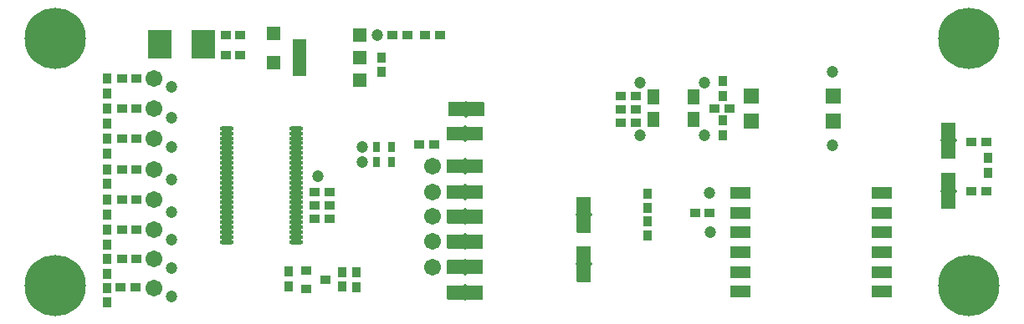
<source format=gts>
G04*
G04 #@! TF.GenerationSoftware,Altium Limited,Altium Designer,19.0.14 (431)*
G04*
G04 Layer_Color=8388736*
%FSLAX25Y25*%
%MOIN*%
G70*
G01*
G75*
%ADD19C,0.04737*%
G04:AMPARAMS|DCode=20|XSize=31.5mil|YSize=55.12mil|CornerRadius=3.15mil|HoleSize=0mil|Usage=FLASHONLY|Rotation=0.000|XOffset=0mil|YOffset=0mil|HoleType=Round|Shape=RoundedRectangle|*
%AMROUNDEDRECTD20*
21,1,0.03150,0.04882,0,0,0.0*
21,1,0.02520,0.05512,0,0,0.0*
1,1,0.00630,0.01260,-0.02441*
1,1,0.00630,-0.01260,-0.02441*
1,1,0.00630,-0.01260,0.02441*
1,1,0.00630,0.01260,0.02441*
%
%ADD20ROUNDEDRECTD20*%
G04:AMPARAMS|DCode=21|XSize=51.18mil|YSize=51.18mil|CornerRadius=5.12mil|HoleSize=0mil|Usage=FLASHONLY|Rotation=45.000|XOffset=0mil|YOffset=0mil|HoleType=Round|Shape=RoundedRectangle|*
%AMROUNDEDRECTD21*
21,1,0.05118,0.04095,0,0,45.0*
21,1,0.04095,0.05118,0,0,45.0*
1,1,0.01024,0.02895,0.00000*
1,1,0.01024,0.00000,-0.02895*
1,1,0.01024,-0.02895,0.00000*
1,1,0.01024,0.00000,0.02895*
%
%ADD21ROUNDEDRECTD21*%
%ADD22O,0.05721X0.01784*%
G04:AMPARAMS|DCode=23|XSize=31.5mil|YSize=55.12mil|CornerRadius=3.15mil|HoleSize=0mil|Usage=FLASHONLY|Rotation=90.000|XOffset=0mil|YOffset=0mil|HoleType=Round|Shape=RoundedRectangle|*
%AMROUNDEDRECTD23*
21,1,0.03150,0.04882,0,0,90.0*
21,1,0.02520,0.05512,0,0,90.0*
1,1,0.00630,0.02441,0.01260*
1,1,0.00630,0.02441,-0.01260*
1,1,0.00630,-0.02441,-0.01260*
1,1,0.00630,-0.02441,0.01260*
%
%ADD23ROUNDEDRECTD23*%
G04:AMPARAMS|DCode=24|XSize=51.18mil|YSize=51.18mil|CornerRadius=5.12mil|HoleSize=0mil|Usage=FLASHONLY|Rotation=135.000|XOffset=0mil|YOffset=0mil|HoleType=Round|Shape=RoundedRectangle|*
%AMROUNDEDRECTD24*
21,1,0.05118,0.04095,0,0,135.0*
21,1,0.04095,0.05118,0,0,135.0*
1,1,0.01024,0.00000,0.02895*
1,1,0.01024,0.02895,0.00000*
1,1,0.01024,0.00000,-0.02895*
1,1,0.01024,-0.02895,0.00000*
%
%ADD24ROUNDEDRECTD24*%
%ADD25R,0.08280X0.04816*%
%ADD26R,0.03753X0.03950*%
%ADD27R,0.03950X0.03753*%
%ADD28R,0.06312X0.06312*%
%ADD29R,0.02769X0.04343*%
%ADD30R,0.05131X0.06115*%
%ADD31R,0.09300X0.11599*%
%ADD32R,0.05524X0.05524*%
%ADD33R,0.04343X0.03556*%
%ADD34R,0.05524X0.14973*%
%ADD35R,0.05524X0.05524*%
%ADD36C,0.06706*%
%ADD37C,0.24422*%
G36*
X224803Y121653D02*
X210630D01*
Y127165D01*
X224803D01*
Y121653D01*
D02*
G37*
G36*
X224409Y111811D02*
X210236D01*
Y117323D01*
X224409D01*
Y111811D01*
D02*
G37*
G36*
X412598Y104724D02*
X407087D01*
Y118898D01*
X412598D01*
Y104724D01*
D02*
G37*
G36*
X224409Y98819D02*
X210236D01*
Y104331D01*
X224409D01*
Y98819D01*
D02*
G37*
G36*
Y88583D02*
X210236D01*
Y94095D01*
X224409D01*
Y88583D01*
D02*
G37*
G36*
X412598Y84646D02*
X407087D01*
Y98819D01*
X412598D01*
Y84646D01*
D02*
G37*
G36*
X224409Y78740D02*
X210236D01*
Y84252D01*
X224409D01*
Y78740D01*
D02*
G37*
G36*
X267323Y75197D02*
X261811D01*
Y89370D01*
X267323D01*
Y75197D01*
D02*
G37*
G36*
X224409Y68764D02*
X210236D01*
Y74276D01*
X224409D01*
Y68764D01*
D02*
G37*
G36*
Y58661D02*
X210236D01*
Y64173D01*
X224409D01*
Y58661D01*
D02*
G37*
G36*
X267323Y55512D02*
X261811D01*
Y69685D01*
X267323D01*
Y55512D01*
D02*
G37*
G36*
X224409Y48425D02*
X210236D01*
Y53937D01*
X224409D01*
Y48425D01*
D02*
G37*
D19*
X176378Y103150D02*
D03*
X363779Y109843D02*
D03*
Y139370D02*
D03*
X314961Y75197D02*
D03*
X314567Y90945D02*
D03*
X287008Y113870D02*
D03*
Y135039D02*
D03*
X100402Y133268D02*
D03*
X100394Y121112D02*
D03*
Y109449D02*
D03*
Y96457D02*
D03*
X100402Y83465D02*
D03*
X100394Y72441D02*
D03*
Y61024D02*
D03*
Y49606D02*
D03*
X182283Y153937D02*
D03*
X158661Y97638D02*
D03*
X312598Y113870D02*
D03*
Y135039D02*
D03*
X176378Y109449D02*
D03*
D20*
X223228Y124409D02*
D03*
X212205D02*
D03*
X222835Y114567D02*
D03*
X211811D02*
D03*
X222835Y61417D02*
D03*
X211811D02*
D03*
X222835Y51181D02*
D03*
X211811D02*
D03*
X222835Y81496D02*
D03*
X211811D02*
D03*
X222835Y71520D02*
D03*
X211811D02*
D03*
X222835Y91339D02*
D03*
X211811D02*
D03*
X222835Y101575D02*
D03*
X211811D02*
D03*
D21*
X217717Y124409D02*
D03*
X217323Y114567D02*
D03*
X217323Y61417D02*
D03*
Y51181D02*
D03*
Y81496D02*
D03*
Y71520D02*
D03*
Y91339D02*
D03*
Y101575D02*
D03*
D22*
X122441Y116732D02*
D03*
Y114764D02*
D03*
Y112795D02*
D03*
Y110827D02*
D03*
Y108858D02*
D03*
Y106890D02*
D03*
Y104921D02*
D03*
Y102953D02*
D03*
Y100984D02*
D03*
Y99016D02*
D03*
Y97047D02*
D03*
Y95079D02*
D03*
Y93110D02*
D03*
Y91142D02*
D03*
Y89173D02*
D03*
Y87205D02*
D03*
Y85236D02*
D03*
Y83268D02*
D03*
Y81299D02*
D03*
Y79331D02*
D03*
Y77362D02*
D03*
Y75394D02*
D03*
Y73425D02*
D03*
Y71457D02*
D03*
X150000Y116732D02*
D03*
Y114764D02*
D03*
Y112795D02*
D03*
Y110827D02*
D03*
Y108858D02*
D03*
Y106890D02*
D03*
Y104921D02*
D03*
Y102953D02*
D03*
Y100984D02*
D03*
Y99016D02*
D03*
Y97047D02*
D03*
Y95079D02*
D03*
Y93110D02*
D03*
Y91142D02*
D03*
Y89173D02*
D03*
Y87205D02*
D03*
Y85236D02*
D03*
Y83268D02*
D03*
Y81299D02*
D03*
Y79331D02*
D03*
Y77362D02*
D03*
Y75394D02*
D03*
Y73425D02*
D03*
Y71457D02*
D03*
D23*
X264567Y87795D02*
D03*
Y76772D02*
D03*
Y68110D02*
D03*
Y57087D02*
D03*
X409842Y117323D02*
D03*
Y106299D02*
D03*
Y97244D02*
D03*
Y86221D02*
D03*
D24*
X264567Y82284D02*
D03*
Y62598D02*
D03*
X409842Y111811D02*
D03*
Y91732D02*
D03*
D25*
X383465Y51585D02*
D03*
Y59459D02*
D03*
Y67333D02*
D03*
Y75207D02*
D03*
Y83081D02*
D03*
Y90955D02*
D03*
X327165Y51585D02*
D03*
Y59459D02*
D03*
Y67333D02*
D03*
Y75207D02*
D03*
Y83081D02*
D03*
Y90955D02*
D03*
D26*
X290158Y79724D02*
D03*
Y73819D02*
D03*
Y84842D02*
D03*
Y90748D02*
D03*
X425591Y99016D02*
D03*
Y104921D02*
D03*
X183858Y145079D02*
D03*
Y139173D02*
D03*
X174016Y53347D02*
D03*
Y59252D02*
D03*
X320079Y113976D02*
D03*
Y119882D02*
D03*
Y135630D02*
D03*
Y129724D02*
D03*
X74516Y130705D02*
D03*
Y136610D02*
D03*
Y118658D02*
D03*
Y124563D02*
D03*
Y106705D02*
D03*
Y112610D02*
D03*
X168504Y59449D02*
D03*
Y53543D02*
D03*
X74516Y94532D02*
D03*
Y100437D02*
D03*
X146850Y59646D02*
D03*
Y53740D02*
D03*
X74516Y82252D02*
D03*
Y88157D02*
D03*
Y70252D02*
D03*
Y76157D02*
D03*
Y58705D02*
D03*
Y64610D02*
D03*
Y47205D02*
D03*
Y53110D02*
D03*
D27*
X308858Y83071D02*
D03*
X314764D02*
D03*
X425000Y111417D02*
D03*
X419095D02*
D03*
X425000Y91732D02*
D03*
X419095D02*
D03*
X194291Y153937D02*
D03*
X188386D02*
D03*
X285236Y118898D02*
D03*
X279331D02*
D03*
Y124409D02*
D03*
X285236D02*
D03*
Y129528D02*
D03*
X279331D02*
D03*
X199016Y110236D02*
D03*
X204921D02*
D03*
X322638Y124803D02*
D03*
X316732D02*
D03*
X80563Y136658D02*
D03*
X86468D02*
D03*
X80563Y124563D02*
D03*
X86468D02*
D03*
X80563Y112657D02*
D03*
X86468D02*
D03*
X121850Y153937D02*
D03*
X127756D02*
D03*
X121850Y146063D02*
D03*
X127756D02*
D03*
X80563Y100437D02*
D03*
X86468D02*
D03*
X80563Y88157D02*
D03*
X86468D02*
D03*
X201378Y153937D02*
D03*
X207283D02*
D03*
X80563Y76157D02*
D03*
X86468D02*
D03*
X80563Y64657D02*
D03*
X86468D02*
D03*
X80063Y53158D02*
D03*
X85969D02*
D03*
X157283Y91388D02*
D03*
X163189D02*
D03*
X157283Y80709D02*
D03*
X163189D02*
D03*
X157283Y85827D02*
D03*
X163189D02*
D03*
D28*
X331398Y129803D02*
D03*
Y119803D02*
D03*
X363878Y129803D02*
D03*
Y119803D02*
D03*
D29*
X182087Y103396D02*
D03*
X187992D02*
D03*
X182087Y109449D02*
D03*
X187992D02*
D03*
D30*
X292323Y120374D02*
D03*
X308465D02*
D03*
Y129232D02*
D03*
X292323D02*
D03*
D31*
X113031Y150394D02*
D03*
X95630D02*
D03*
D32*
X140945Y154724D02*
D03*
Y142913D02*
D03*
D33*
X153937Y60039D02*
D03*
Y52559D02*
D03*
X161811Y56299D02*
D03*
D34*
X151378Y144882D02*
D03*
D35*
X175394Y153937D02*
D03*
Y144882D02*
D03*
Y135827D02*
D03*
D36*
X93307Y112657D02*
D03*
Y64567D02*
D03*
Y88157D02*
D03*
Y76157D02*
D03*
Y53110D02*
D03*
Y136658D02*
D03*
Y100437D02*
D03*
Y124563D02*
D03*
X204331Y101575D02*
D03*
X204331Y61417D02*
D03*
Y71653D02*
D03*
Y81496D02*
D03*
Y91339D02*
D03*
D37*
X418110Y152756D02*
D03*
Y53937D02*
D03*
X53937Y152756D02*
D03*
Y53937D02*
D03*
M02*

</source>
